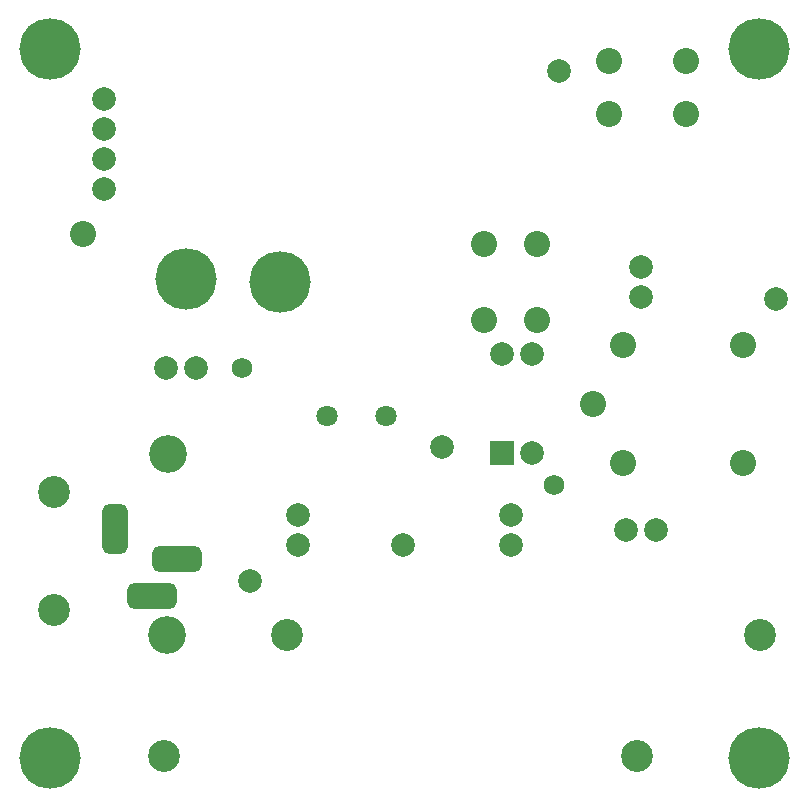
<source format=gts>
G04 Layer_Color=8388736*
%FSLAX25Y25*%
%MOIN*%
G70*
G01*
G75*
%ADD41C,0.20485*%
%ADD42C,0.07887*%
%ADD43C,0.08674*%
G04:AMPARAMS|DCode=44|XSize=165.48mil|YSize=86.74mil|CornerRadius=23.68mil|HoleSize=0mil|Usage=FLASHONLY|Rotation=90.000|XOffset=0mil|YOffset=0mil|HoleType=Round|Shape=RoundedRectangle|*
%AMROUNDEDRECTD44*
21,1,0.16548,0.03937,0,0,90.0*
21,1,0.11811,0.08674,0,0,90.0*
1,1,0.04737,0.01968,0.05905*
1,1,0.04737,0.01968,-0.05905*
1,1,0.04737,-0.01968,-0.05905*
1,1,0.04737,-0.01968,0.05905*
%
%ADD44ROUNDEDRECTD44*%
G04:AMPARAMS|DCode=45|XSize=165.48mil|YSize=86.74mil|CornerRadius=23.68mil|HoleSize=0mil|Usage=FLASHONLY|Rotation=0.000|XOffset=0mil|YOffset=0mil|HoleType=Round|Shape=RoundedRectangle|*
%AMROUNDEDRECTD45*
21,1,0.16548,0.03937,0,0,0.0*
21,1,0.11811,0.08674,0,0,0.0*
1,1,0.04737,0.05905,-0.01968*
1,1,0.04737,-0.05905,-0.01968*
1,1,0.04737,-0.05905,0.01968*
1,1,0.04737,0.05905,0.01968*
%
%ADD45ROUNDEDRECTD45*%
%ADD46C,0.12611*%
%ADD47C,0.06800*%
%ADD48R,0.07887X0.07887*%
%ADD49C,0.10642*%
%ADD50C,0.07099*%
D41*
X-72835Y41551D02*
D03*
X-41339Y40551D02*
D03*
X-118110Y-118110D02*
D03*
X118110D02*
D03*
Y118110D02*
D03*
X-118110D02*
D03*
D42*
X-35433Y-37126D02*
D03*
Y-47126D02*
D03*
X73740Y-42126D02*
D03*
X83740D02*
D03*
X35433Y-47126D02*
D03*
Y-37126D02*
D03*
X78740Y35551D02*
D03*
Y45551D02*
D03*
X42402Y-16500D02*
D03*
X32402Y16500D02*
D03*
X42402D02*
D03*
X-100000Y91500D02*
D03*
Y71500D02*
D03*
Y81500D02*
D03*
Y101500D02*
D03*
X-79500Y12000D02*
D03*
X-69500D02*
D03*
X-51500Y-59000D02*
D03*
X124000Y35000D02*
D03*
X51500Y111000D02*
D03*
X12500Y-14500D02*
D03*
X-500Y-47000D02*
D03*
D43*
X44291Y53347D02*
D03*
Y27756D02*
D03*
X26575Y53347D02*
D03*
Y27756D02*
D03*
X62992Y0D02*
D03*
X72835Y19685D02*
D03*
Y-19685D02*
D03*
X112992Y19685D02*
D03*
Y-19685D02*
D03*
X68205Y114358D02*
D03*
X93795D02*
D03*
X68205Y96642D02*
D03*
X93795D02*
D03*
X-107000Y56500D02*
D03*
D44*
X-96457Y-41717D02*
D03*
D45*
X-75740Y-51717D02*
D03*
X-84240Y-64217D02*
D03*
D46*
X-78740Y-16716D02*
D03*
X-79240Y-77217D02*
D03*
D47*
X-84240Y-64217D02*
D03*
X-82677D02*
D03*
X-80709D02*
D03*
X-86614D02*
D03*
X-88583D02*
D03*
X-80083Y-51717D02*
D03*
X-78114D02*
D03*
X-72209D02*
D03*
X-74177D02*
D03*
X-75740D02*
D03*
X-96457Y-46059D02*
D03*
Y-44091D02*
D03*
Y-38185D02*
D03*
Y-40154D02*
D03*
Y-41717D02*
D03*
X50000Y-27000D02*
D03*
X-54000Y12000D02*
D03*
D48*
X32402Y-16500D02*
D03*
D49*
X-116809Y-29315D02*
D03*
Y-68685D02*
D03*
X77500Y-117500D02*
D03*
X-79980D02*
D03*
X118480Y-77000D02*
D03*
X-39000D02*
D03*
D50*
X-25842Y-4000D02*
D03*
X-6157D02*
D03*
M02*

</source>
